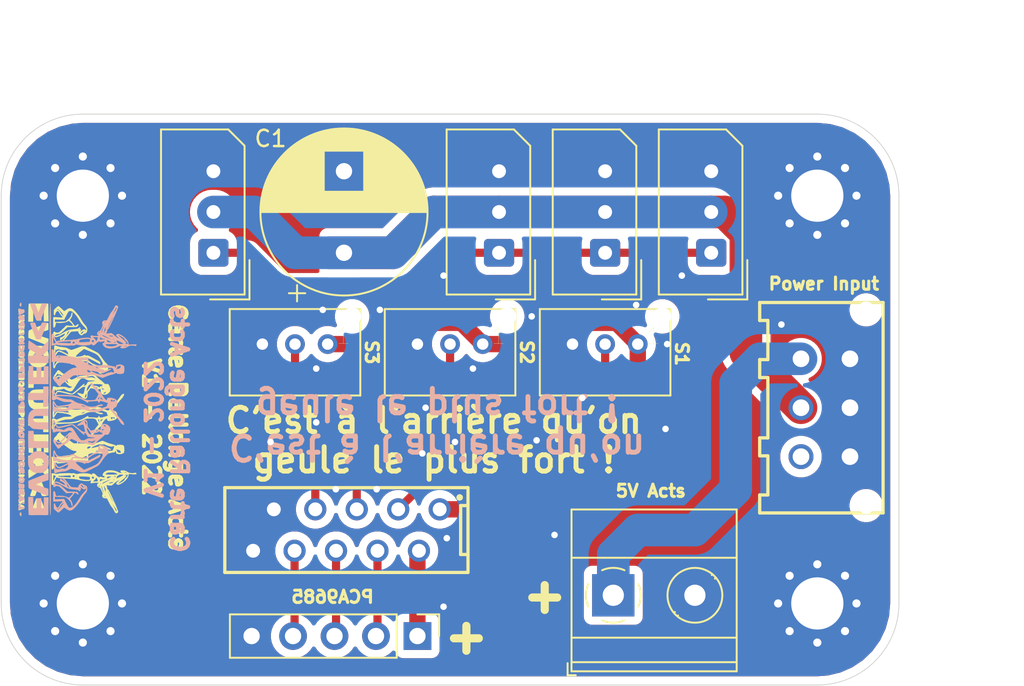
<source format=kicad_pcb>
(kicad_pcb (version 20171130) (host pcbnew "(5.1.10)-1")
  (layers (0 F.Cu signal hide) (31 B.Cu signal hide) (34 B.Paste user) (35 F.Paste user) (36 B.SilkS user) (37 F.SilkS user) (38 B.Mask user) (39 F.Mask user) (44 Edge.Cuts user))
  (net 0 "")
  (net 1 +12P)
  (net 2 GND)
  (net 3 /TX)
  (net 4 /SDA)
  (net 5 +5V)
  (net 6 +12L)
  (net 7 /SENSOR2)
  (net 8 /SCL)
  (net 9 /SENSOR3)
  (net 10 /OE)
  (net 11 +5P)
  (net 12 /SENSOR1)
  (module ComponentsEvo:logo-evo-min (layer B.Cu) (at 24.8 38 90)
    (fp_text reference G*** hide)
    (fp_text value LOGO hide)
  )
  (module ComponentsEvo:logo-evo-min (layer F.Cu) (at 24.8 38.2 270)
    (fp_text reference G*** hide)
    (fp_text value LOGO hide)
  )
  (module ConnectorsEvo:690367181072 (layer F.Cu) (at 41.148 45.5)
    (fp_text reference J2 hide)
    (fp_text value Conn_02x05_Odd_Even)
    (pad 4 thru_hole circle (at 1.905 1.27) (size 1.358 1.358) (drill 0.85) (layers *.Cu *.Mask) (net 4 /SDA))
    (pad 2 thru_hole circle (at 4.445 1.27) (size 1.358 1.358) (drill 0.85) (layers *.Cu *.Mask) (net 5 +5V))
    (pad 3 thru_hole circle (at 3.175 -1.27) (size 1.358 1.358) (drill 0.85) (layers *.Cu *.Mask) (net 12 /SENSOR1))
    (pad 1 thru_hole circle (at 5.715 -1.27) (size 1.358 1.358) (drill 0.85) (layers *.Cu *.Mask) (net 6 +12L))
    (pad 5 thru_hole circle (at 0.635 -1.27) (size 1.358 1.358) (drill 0.85) (layers *.Cu *.Mask) (net 7 /SENSOR2))
    (pad 6 thru_hole circle (at -0.635 1.27) (size 1.358 1.358) (drill 0.85) (layers *.Cu *.Mask) (net 8 /SCL))
    (pad 7 thru_hole circle (at -1.905 -1.27) (size 1.358 1.358) (drill 0.85) (layers *.Cu *.Mask) (net 9 /SENSOR3))
    (pad 8 thru_hole circle (at -3.175 1.27) (size 1.358 1.358) (drill 0.85) (layers *.Cu *.Mask) (net 10 /OE))
    (pad 9 thru_hole circle (at -4.445 -1.27) (size 1.358 1.358) (drill 0.85) (layers *.Cu *.Mask) (net 2 GND))
    (pad 10 thru_hole circle (at -5.715 1.27) (size 1.358 1.358) (drill 0.85) (layers *.Cu *.Mask) (net 2 GND))
  )
  (module Capacitor_THT:CP_Radial_D10.0mm_P5.00mm (layer F.Cu) (at 41 28.5 90)
    (fp_text reference C1 (at 7 -4.5 180) (layer F.SilkS))
    (fp_text value 180uF)
    (pad 1 thru_hole rect (at 0 0 90) (size 2 2) (drill 1) (layers *.Cu *.Mask) (net 1 +12P))
    (pad 2 thru_hole circle (at 5 0 90) (size 2 2) (drill 1) (layers *.Cu *.Mask) (net 2 GND))
  )
  (module MountingHole:MountingHole_3.2mm_M3_Pad_Via (layer F.Cu) (at 25 25)
    (fp_text reference H1 hide)
    (fp_text value MountingHole_Pad)
    (pad 1 thru_hole circle (at 0 0) (size 6.4 6.4) (drill 3.2) (layers *.Cu *.Mask) (net 2 GND))
    (pad 1 thru_hole circle (at 2.4 0) (size 0.8 0.8) (drill 0.5) (layers *.Cu *.Mask) (net 2 GND))
    (pad 1 thru_hole circle (at 1.697056 1.697056) (size 0.8 0.8) (drill 0.5) (layers *.Cu *.Mask) (net 2 GND))
    (pad 1 thru_hole circle (at 0 2.4) (size 0.8 0.8) (drill 0.5) (layers *.Cu *.Mask) (net 2 GND))
    (pad 1 thru_hole circle (at -1.697056 1.697056) (size 0.8 0.8) (drill 0.5) (layers *.Cu *.Mask) (net 2 GND))
    (pad 1 thru_hole circle (at -2.4 0) (size 0.8 0.8) (drill 0.5) (layers *.Cu *.Mask) (net 2 GND))
    (pad 1 thru_hole circle (at -1.697056 -1.697056) (size 0.8 0.8) (drill 0.5) (layers *.Cu *.Mask) (net 2 GND))
    (pad 1 thru_hole circle (at 0 -2.4) (size 0.8 0.8) (drill 0.5) (layers *.Cu *.Mask) (net 2 GND))
    (pad 1 thru_hole circle (at 1.697056 -1.697056) (size 0.8 0.8) (drill 0.5) (layers *.Cu *.Mask) (net 2 GND))
  )
  (module MountingHole:MountingHole_3.2mm_M3_Pad_Via (layer F.Cu) (at 70 25)
    (fp_text reference H2 hide)
    (fp_text value MountingHole_Pad)
    (pad 1 thru_hole circle (at 1.697056 -1.697056) (size 0.8 0.8) (drill 0.5) (layers *.Cu *.Mask) (net 2 GND))
    (pad 1 thru_hole circle (at 0 -2.4) (size 0.8 0.8) (drill 0.5) (layers *.Cu *.Mask) (net 2 GND))
    (pad 1 thru_hole circle (at -1.697056 -1.697056) (size 0.8 0.8) (drill 0.5) (layers *.Cu *.Mask) (net 2 GND))
    (pad 1 thru_hole circle (at -2.4 0) (size 0.8 0.8) (drill 0.5) (layers *.Cu *.Mask) (net 2 GND))
    (pad 1 thru_hole circle (at -1.697056 1.697056) (size 0.8 0.8) (drill 0.5) (layers *.Cu *.Mask) (net 2 GND))
    (pad 1 thru_hole circle (at 0 2.4) (size 0.8 0.8) (drill 0.5) (layers *.Cu *.Mask) (net 2 GND))
    (pad 1 thru_hole circle (at 1.697056 1.697056) (size 0.8 0.8) (drill 0.5) (layers *.Cu *.Mask) (net 2 GND))
    (pad 1 thru_hole circle (at 2.4 0) (size 0.8 0.8) (drill 0.5) (layers *.Cu *.Mask) (net 2 GND))
    (pad 1 thru_hole circle (at 0 0) (size 6.4 6.4) (drill 3.2) (layers *.Cu *.Mask) (net 2 GND))
  )
  (module MountingHole:MountingHole_3.2mm_M3_Pad_Via (layer F.Cu) (at 25 50)
    (fp_text reference H3 hide)
    (fp_text value MountingHole_Pad)
    (pad 1 thru_hole circle (at 0 0) (size 6.4 6.4) (drill 3.2) (layers *.Cu *.Mask) (net 2 GND))
    (pad 1 thru_hole circle (at 2.4 0) (size 0.8 0.8) (drill 0.5) (layers *.Cu *.Mask) (net 2 GND))
    (pad 1 thru_hole circle (at 1.697056 1.697056) (size 0.8 0.8) (drill 0.5) (layers *.Cu *.Mask) (net 2 GND))
    (pad 1 thru_hole circle (at 0 2.4) (size 0.8 0.8) (drill 0.5) (layers *.Cu *.Mask) (net 2 GND))
    (pad 1 thru_hole circle (at -1.697056 1.697056) (size 0.8 0.8) (drill 0.5) (layers *.Cu *.Mask) (net 2 GND))
    (pad 1 thru_hole circle (at -2.4 0) (size 0.8 0.8) (drill 0.5) (layers *.Cu *.Mask) (net 2 GND))
    (pad 1 thru_hole circle (at -1.697056 -1.697056) (size 0.8 0.8) (drill 0.5) (layers *.Cu *.Mask) (net 2 GND))
    (pad 1 thru_hole circle (at 0 -2.4) (size 0.8 0.8) (drill 0.5) (layers *.Cu *.Mask) (net 2 GND))
    (pad 1 thru_hole circle (at 1.697056 -1.697056) (size 0.8 0.8) (drill 0.5) (layers *.Cu *.Mask) (net 2 GND))
  )
  (module MountingHole:MountingHole_3.2mm_M3_Pad_Via (layer F.Cu) (at 70 50)
    (fp_text reference H4 hide)
    (fp_text value MountingHole_Pad)
    (pad 1 thru_hole circle (at 1.697056 -1.697056) (size 0.8 0.8) (drill 0.5) (layers *.Cu *.Mask) (net 2 GND))
    (pad 1 thru_hole circle (at 0 -2.4) (size 0.8 0.8) (drill 0.5) (layers *.Cu *.Mask) (net 2 GND))
    (pad 1 thru_hole circle (at -1.697056 -1.697056) (size 0.8 0.8) (drill 0.5) (layers *.Cu *.Mask) (net 2 GND))
    (pad 1 thru_hole circle (at -2.4 0) (size 0.8 0.8) (drill 0.5) (layers *.Cu *.Mask) (net 2 GND))
    (pad 1 thru_hole circle (at -1.697056 1.697056) (size 0.8 0.8) (drill 0.5) (layers *.Cu *.Mask) (net 2 GND))
    (pad 1 thru_hole circle (at 0 2.4) (size 0.8 0.8) (drill 0.5) (layers *.Cu *.Mask) (net 2 GND))
    (pad 1 thru_hole circle (at 1.697056 1.697056) (size 0.8 0.8) (drill 0.5) (layers *.Cu *.Mask) (net 2 GND))
    (pad 1 thru_hole circle (at 2.4 0) (size 0.8 0.8) (drill 0.5) (layers *.Cu *.Mask) (net 2 GND))
    (pad 1 thru_hole circle (at 0 0) (size 6.4 6.4) (drill 3.2) (layers *.Cu *.Mask) (net 2 GND))
  )
  (module ConnectorsEvo:22-03-5035 (layer F.Cu) (at 33 28.5 90)
    (fp_text reference J1 hide)
    (fp_text value Conn_01x03_Male)
    (pad 1 thru_hole roundrect (at 0 0 90) (size 1.7 1.85) (drill 0.85) (layers *.Cu *.Mask) (roundrect_rratio 0.1470588235294118) (net 3 /TX))
    (pad 2 thru_hole oval (at 2.5 0 90) (size 1.7 1.85) (drill 0.85) (layers *.Cu *.Mask) (net 1 +12P))
    (pad 3 thru_hole oval (at 5 0 90) (size 1.7 1.85) (drill 0.85) (layers *.Cu *.Mask) (net 2 GND))
  )
  (module ConnectorsEvo:66200621122 (layer F.Cu) (at 70.5 38 270)
    (fp_text reference J3 hide)
    (fp_text value Conn_01x06_Male)
    (pad None np_thru_hole circle (at 6 -2.49 270) (size 1.02 1.02) (drill 1.02) (layers *.Cu *.Mask))
    (pad None np_thru_hole circle (at -6 -2.49 270) (size 1.02 1.02) (drill 1.02) (layers *.Cu *.Mask))
    (pad 6 thru_hole circle (at -3 -1.5 270) (size 1.53 1.53) (drill 1.02) (layers *.Cu *.Mask) (net 2 GND))
    (pad 3 thru_hole circle (at -3 1.5 270) (size 1.53 1.53) (drill 1.02) (layers *.Cu *.Mask) (net 11 +5P))
    (pad 5 thru_hole circle (at 0 -1.5 270) (size 1.53 1.53) (drill 1.02) (layers *.Cu *.Mask) (net 2 GND))
    (pad 2 thru_hole circle (at 0 1.5 270) (size 1.53 1.53) (drill 1.02) (layers *.Cu *.Mask) (net 1 +12P))
    (pad 4 thru_hole circle (at 3 -1.5 270) (size 1.53 1.53) (drill 1.02) (layers *.Cu *.Mask) (net 2 GND))
    (pad 1 thru_hole circle (at 3 1.5 270) (size 1.53 1.53) (drill 1.02) (layers *.Cu *.Mask))
  )
  (module TerminalBlock_Phoenix:TerminalBlock_Phoenix_MKDS-1,5-2_1x02_P5.00mm_Horizontal (layer F.Cu) (at 57.5 49.5)
    (fp_text reference J4 hide)
    (fp_text value Screw_Terminal_01x02)
    (pad 1 thru_hole rect (at 0 0) (size 2.6 2.6) (drill 1.3) (layers *.Cu *.Mask) (net 11 +5P))
    (pad 2 thru_hole circle (at 5 0) (size 2.6 2.6) (drill 1.3) (layers *.Cu *.Mask) (net 2 GND))
  )
  (module ConnectorsEvo:B03B-PASK (layer F.Cu) (at 57 34.1)
    (fp_text reference J5 hide)
    (fp_text value Conn_01x03_Male)
    (fp_text user 1 (at 2.968 -0.5) (layer F.SilkS) (effects (font (thickness 0.015))))
    (pad None np_thru_hole circle (at 3.5 -1.7) (size 1.1 1.1) (drill 1.1) (layers *.Cu *.Mask))
    (pad 3 thru_hole circle (at -2 0) (size 1.208 1.208) (drill 0.7) (layers *.Cu *.Mask) (net 2 GND))
    (pad 2 thru_hole circle (at 0 0) (size 1.208 1.208) (drill 0.7) (layers *.Cu *.Mask) (net 12 /SENSOR1))
    (pad 1 thru_hole circle (at 2 0) (size 1.208 1.208) (drill 0.7) (layers *.Cu *.Mask) (net 6 +12L))
  )
  (module ConnectorsEvo:B03B-PASK (layer F.Cu) (at 47.5 34.1)
    (fp_text reference J6 hide)
    (fp_text value Conn_01x03_Male)
    (fp_text user 1 (at 2.968 -0.5) (layer F.SilkS) (effects (font (thickness 0.015))))
    (pad 1 thru_hole circle (at 2 0) (size 1.208 1.208) (drill 0.7) (layers *.Cu *.Mask) (net 6 +12L))
    (pad 2 thru_hole circle (at 0 0) (size 1.208 1.208) (drill 0.7) (layers *.Cu *.Mask) (net 7 /SENSOR2))
    (pad 3 thru_hole circle (at -2 0) (size 1.208 1.208) (drill 0.7) (layers *.Cu *.Mask) (net 2 GND))
    (pad None np_thru_hole circle (at 3.5 -1.7) (size 1.1 1.1) (drill 1.1) (layers *.Cu *.Mask))
  )
  (module ConnectorsEvo:B03B-PASK (layer F.Cu) (at 38 34.1)
    (fp_text reference J7 hide)
    (fp_text value Conn_01x03_Male)
    (fp_text user 1 (at 2.968 -0.5) (layer F.SilkS) (effects (font (thickness 0.015))))
    (pad None np_thru_hole circle (at 3.5 -1.7) (size 1.1 1.1) (drill 1.1) (layers *.Cu *.Mask))
    (pad 3 thru_hole circle (at -2 0) (size 1.208 1.208) (drill 0.7) (layers *.Cu *.Mask) (net 2 GND))
    (pad 2 thru_hole circle (at 0 0) (size 1.208 1.208) (drill 0.7) (layers *.Cu *.Mask) (net 9 /SENSOR3))
    (pad 1 thru_hole circle (at 2 0) (size 1.208 1.208) (drill 0.7) (layers *.Cu *.Mask) (net 6 +12L))
  )
  (module Connector_PinHeader_2.54mm:PinHeader_1x05_P2.54mm_Vertical (layer F.Cu) (at 45.5 52 270)
    (fp_text reference J8 hide)
    (fp_text value Conn_01x05_Male)
    (pad 1 thru_hole rect (at 0 0 270) (size 1.7 1.7) (drill 1) (layers *.Cu *.Mask) (net 5 +5V))
    (pad 2 thru_hole oval (at 0 2.54 270) (size 1.7 1.7) (drill 1) (layers *.Cu *.Mask) (net 4 /SDA))
    (pad 3 thru_hole oval (at 0 5.08 270) (size 1.7 1.7) (drill 1) (layers *.Cu *.Mask) (net 8 /SCL))
    (pad 4 thru_hole oval (at 0 7.62 270) (size 1.7 1.7) (drill 1) (layers *.Cu *.Mask) (net 10 /OE))
    (pad 5 thru_hole oval (at 0 10.16 270) (size 1.7 1.7) (drill 1) (layers *.Cu *.Mask) (net 2 GND))
  )
  (module ConnectorsEvo:22-03-5035 (layer F.Cu) (at 50.5 28.5 90)
    (fp_text reference J9 hide)
    (fp_text value Conn_01x03_Male)
    (pad 3 thru_hole oval (at 5 0 90) (size 1.7 1.85) (drill 0.85) (layers *.Cu *.Mask) (net 2 GND))
    (pad 2 thru_hole oval (at 2.5 0 90) (size 1.7 1.85) (drill 0.85) (layers *.Cu *.Mask) (net 1 +12P))
    (pad 1 thru_hole roundrect (at 0 0 90) (size 1.7 1.85) (drill 0.85) (layers *.Cu *.Mask) (roundrect_rratio 0.1470588235294118) (net 3 /TX))
  )
  (module ConnectorsEvo:22-03-5035 (layer F.Cu) (at 57 28.5 90)
    (fp_text reference J10 hide)
    (fp_text value Conn_01x03_Male)
    (pad 1 thru_hole roundrect (at 0 0 90) (size 1.7 1.85) (drill 0.85) (layers *.Cu *.Mask) (roundrect_rratio 0.1470588235294118) (net 3 /TX))
    (pad 2 thru_hole oval (at 2.5 0 90) (size 1.7 1.85) (drill 0.85) (layers *.Cu *.Mask) (net 1 +12P))
    (pad 3 thru_hole oval (at 5 0 90) (size 1.7 1.85) (drill 0.85) (layers *.Cu *.Mask) (net 2 GND))
  )
  (module ConnectorsEvo:22-03-5035 (layer F.Cu) (at 63.5 28.5 90)
    (fp_text reference J11 hide)
    (fp_text value Conn_01x03_Male)
    (pad 3 thru_hole oval (at 5 0 90) (size 1.7 1.85) (drill 0.85) (layers *.Cu *.Mask) (net 2 GND))
    (pad 2 thru_hole oval (at 2.5 0 90) (size 1.7 1.85) (drill 0.85) (layers *.Cu *.Mask) (net 1 +12P))
    (pad 1 thru_hole roundrect (at 0 0 90) (size 1.7 1.85) (drill 0.85) (layers *.Cu *.Mask) (roundrect_rratio 0.1470588235294118) (net 3 /TX))
  )
  (gr_text "C'est à l'arrière qu'on\ngeule le plus fort !" (at 46.7 39.2 180) (layer B.SilkS) (effects (font (size 1.5 1.5) (thickness 0.3)) (justify mirror)))
  (gr_text "Carte Rallonge Acts\nV1 - 2022" (at 30.1 39.3 270) (layer B.SilkS) (effects (font (size 1 1) (thickness 0.25)) (justify mirror)))
  (gr_text S3 (at 42.7 34.6 -90) (layer F.SilkS) (effects (font (size 0.75 0.75) (thickness 0.1875))))
  (gr_text S2 (at 52.2 34.6 -90) (layer F.SilkS) (effects (font (size 0.75 0.75) (thickness 0.1875))))
  (gr_text S1 (at 61.7 34.7 -90) (layer F.SilkS) (effects (font (size 0.75 0.75) (thickness 0.1875))))
  (gr_text + (at 48.5 52) (layer F.SilkS) (effects (font (size 2 2) (thickness 0.5)) (justify mirror)))
  (gr_text PCA9685 (at 40.3 49.6) (layer F.SilkS) (effects (font (size 0.75 0.75) (thickness 0.1875)) (justify mirror)))
  (gr_text + (at 53.3 49.5) (layer F.SilkS) (effects (font (size 2 2) (thickness 0.5)) (justify mirror)))
  (gr_text "5V Acts" (at 59.8 43.1) (layer F.SilkS) (effects (font (size 0.75 0.75) (thickness 0.1875))))
  (gr_text "Power Input" (at 70.4 30.4) (layer F.SilkS) (effects (font (size 0.75 0.75) (thickness 0.1875))))
  (gr_text "Carte Rallonge Acts\nV1 - 2022" (at 30 39.2 -90) (layer F.SilkS) (effects (font (size 1 1) (thickness 0.25))))
  (gr_text "C'est à l'arrière qu'on\ngeule le plus fort !" (at 46.5 40) (layer F.SilkS) (effects (font (size 1.5 1.5) (thickness 0.3))))
  (gr_arc (start 25 50) (end 20 50) (angle -90) (layer Edge.Cuts) (width 0.05))
  (gr_arc (start 70 50) (end 70 55) (angle -90) (layer Edge.Cuts) (width 0.05))
  (gr_arc (start 70 25) (end 75 25) (angle -90) (layer Edge.Cuts) (width 0.05))
  (gr_arc (start 25 25) (end 25 20) (angle -90) (layer Edge.Cuts) (width 0.05))
  (gr_line (start 20 50) (end 20 25) (layer Edge.Cuts) (width 0.05))
  (gr_line (start 70 55) (end 25 55) (layer Edge.Cuts) (width 0.05))
  (gr_line (start 75 25) (end 75 50) (layer Edge.Cuts) (width 0.05))
  (gr_line (start 25 20) (end 70 20) (layer Edge.Cuts) (width 0.05))
  (segment (start 50.5 26) (end 63.5 26) (width 2) (layer F.Cu) (net 1))
  (segment (start 44 28.5) (end 41 28.5) (width 2) (layer F.Cu) (net 1))
  (segment (start 46.5 26) (end 44 28.5) (width 2) (layer F.Cu) (net 1))
  (segment (start 50.5 26) (end 46.5 26) (width 2) (layer F.Cu) (net 1))
  (segment (start 41 28.5) (end 44 28.5) (width 2) (layer B.Cu) (net 1))
  (segment (start 44 28.5) (end 46.5 26) (width 2) (layer B.Cu) (net 1))
  (segment (start 46.5 26) (end 63.5 26) (width 2) (layer B.Cu) (net 1))
  (segment (start 41 28.5) (end 38 28.5) (width 2) (layer B.Cu) (net 1))
  (segment (start 35.5 26) (end 33 26) (width 2) (layer B.Cu) (net 1))
  (segment (start 38 28.5) (end 35.5 26) (width 2) (layer B.Cu) (net 1))
  (segment (start 64.325626 26) (end 63.5 26) (width 2) (layer F.Cu) (net 1))
  (segment (start 65.62501 27.299384) (end 64.325626 26) (width 2) (layer F.Cu) (net 1))
  (segment (start 65.62501 34.62501) (end 65.62501 27.299384) (width 2) (layer F.Cu) (net 1))
  (segment (start 69 38) (end 65.62501 34.62501) (width 2) (layer F.Cu) (net 1))
  (via (at 40.5 43) (size 0.8) (drill 0.4) (layers F.Cu B.Cu) (net 2))
  (via (at 43 43) (size 0.8) (drill 0.4) (layers F.Cu B.Cu) (net 2))
  (via (at 45.8 40.8) (size 0.8) (drill 0.4) (layers F.Cu B.Cu) (net 2))
  (via (at 47.8 40.1) (size 0.8) (drill 0.4) (layers F.Cu B.Cu) (net 2))
  (via (at 39.3 35.6) (size 0.8) (drill 0.4) (layers F.Cu B.Cu) (net 2))
  (via (at 39.3 38.9) (size 0.8) (drill 0.4) (layers F.Cu B.Cu) (net 2))
  (via (at 46 38) (size 0.8) (drill 0.4) (layers F.Cu B.Cu) (net 2))
  (via (at 48.9 35.6) (size 0.8) (drill 0.4) (layers F.Cu B.Cu) (net 2))
  (via (at 52.8 40) (size 0.8) (drill 0.4) (layers F.Cu B.Cu) (net 2))
  (via (at 55.6 37.4) (size 0.8) (drill 0.4) (layers F.Cu B.Cu) (net 2))
  (via (at 47.3 46) (size 0.8) (drill 0.4) (layers F.Cu B.Cu) (net 2))
  (via (at 53.9 45.8) (size 0.8) (drill 0.4) (layers F.Cu B.Cu) (net 2))
  (via (at 60.7 39.3) (size 0.8) (drill 0.4) (layers F.Cu B.Cu) (net 2))
  (via (at 60.8 34.1) (size 0.8) (drill 0.4) (layers F.Cu B.Cu) (net 2))
  (via (at 58.9 31.7) (size 0.8) (drill 0.4) (layers F.Cu B.Cu) (net 2))
  (via (at 61.7 29.9) (size 0.8) (drill 0.4) (layers F.Cu B.Cu) (net 2))
  (via (at 52.5 32.4) (size 0.8) (drill 0.4) (layers F.Cu B.Cu) (net 2))
  (via (at 43.2 32) (size 0.8) (drill 0.4) (layers F.Cu B.Cu) (net 2))
  (via (at 47.1 29.9) (size 0.8) (drill 0.4) (layers F.Cu B.Cu) (net 2))
  (via (at 36.5 40.1) (size 0.8) (drill 0.4) (layers F.Cu B.Cu) (net 2))
  (via (at 47.1 50.2) (size 0.8) (drill 0.4) (layers F.Cu B.Cu) (net 2))
  (via (at 39.7 32) (size 0.8) (drill 0.4) (layers F.Cu B.Cu) (net 2))
  (via (at 67.8 32.9) (size 0.8) (drill 0.4) (layers F.Cu B.Cu) (net 2))
  (segment (start 63.5 28.5) (end 57 28.5) (width 0.5) (layer F.Cu) (net 3))
  (segment (start 57 28.5) (end 50.5 28.5) (width 0.5) (layer F.Cu) (net 3))
  (segment (start 35.125 28.5) (end 33 28.5) (width 0.5) (layer F.Cu) (net 3))
  (segment (start 37.125 30.5) (end 35.125 28.5) (width 0.5) (layer F.Cu) (net 3))
  (segment (start 44.5 30.5) (end 37.125 30.5) (width 0.5) (layer F.Cu) (net 3))
  (segment (start 46.5 28.5) (end 44.5 30.5) (width 0.5) (layer F.Cu) (net 3))
  (segment (start 50.5 28.5) (end 46.5 28.5) (width 0.5) (layer F.Cu) (net 3))
  (segment (start 43.053 51.907) (end 42.96 52) (width 0.5) (layer F.Cu) (net 4))
  (segment (start 43.053 46.77) (end 43.053 51.907) (width 0.5) (layer F.Cu) (net 4))
  (segment (start 45.5 46.863) (end 45.593 46.77) (width 1) (layer F.Cu) (net 5))
  (segment (start 45.5 52) (end 45.5 46.863) (width 1) (layer F.Cu) (net 5))
  (segment (start 59 38.5) (end 59 34.1) (width 1) (layer F.Cu) (net 6))
  (segment (start 53.27 44.23) (end 59 38.5) (width 1) (layer F.Cu) (net 6))
  (segment (start 46.863 44.23) (end 53.27 44.23) (width 1) (layer F.Cu) (net 6))
  (segment (start 48.195999 32.795999) (end 49.5 34.1) (width 1) (layer F.Cu) (net 6))
  (segment (start 44.874079 32.795999) (end 48.195999 32.795999) (width 1) (layer F.Cu) (net 6))
  (segment (start 43.570078 34.1) (end 44.874079 32.795999) (width 1) (layer F.Cu) (net 6))
  (segment (start 40 34.1) (end 43.570078 34.1) (width 1) (layer F.Cu) (net 6))
  (segment (start 57.695999 32.795999) (end 59 34.1) (width 1) (layer F.Cu) (net 6))
  (segment (start 54.374079 32.795999) (end 57.695999 32.795999) (width 1) (layer F.Cu) (net 6))
  (segment (start 53.070078 34.1) (end 54.374079 32.795999) (width 1) (layer F.Cu) (net 6))
  (segment (start 49.5 34.1) (end 53.070078 34.1) (width 1) (layer F.Cu) (net 6))
  (segment (start 41.783 44.23) (end 41.783 41.217) (width 0.5) (layer F.Cu) (net 7))
  (segment (start 41.783 41.217) (end 43.5 39.5) (width 0.5) (layer F.Cu) (net 7))
  (segment (start 43.5 39.5) (end 46.5 39.5) (width 0.5) (layer F.Cu) (net 7))
  (segment (start 47.5 38.5) (end 47.5 34.1) (width 0.5) (layer F.Cu) (net 7))
  (segment (start 46.5 39.5) (end 47.5 38.5) (width 0.5) (layer F.Cu) (net 7))
  (segment (start 40.513 52.407) (end 40.42 52.5) (width 0.5) (layer F.Cu) (net 8))
  (segment (start 40.513 51.907) (end 40.42 52) (width 0.5) (layer F.Cu) (net 8))
  (segment (start 40.513 46.77) (end 40.513 51.907) (width 0.5) (layer F.Cu) (net 8))
  (segment (start 39.243 44.23) (end 39.243 40.743) (width 0.5) (layer F.Cu) (net 9))
  (segment (start 38 39.5) (end 38 34.1) (width 0.5) (layer F.Cu) (net 9))
  (segment (start 39.243 40.743) (end 38 39.5) (width 0.5) (layer F.Cu) (net 9))
  (segment (start 37.973 52.407) (end 37.88 52.5) (width 0.5) (layer F.Cu) (net 10))
  (segment (start 37.973 51.907) (end 37.88 52) (width 0.5) (layer F.Cu) (net 10))
  (segment (start 37.973 46.77) (end 37.973 51.907) (width 0.5) (layer F.Cu) (net 10))
  (segment (start 57.5 47) (end 57.5 49.5) (width 2) (layer B.Cu) (net 11))
  (segment (start 59 45.5) (end 57.5 47) (width 2) (layer B.Cu) (net 11))
  (segment (start 62.5 45.5) (end 59 45.5) (width 2) (layer B.Cu) (net 11))
  (segment (start 65 43) (end 62.5 45.5) (width 2) (layer B.Cu) (net 11))
  (segment (start 65 36.5) (end 65 43) (width 2) (layer B.Cu) (net 11))
  (segment (start 66.5 35) (end 65 36.5) (width 2) (layer B.Cu) (net 11))
  (segment (start 69 35) (end 66.5 35) (width 2) (layer B.Cu) (net 11))
  (segment (start 44.323 44.23) (end 47.053 41.5) (width 0.5) (layer F.Cu) (net 12))
  (segment (start 47.053 41.5) (end 53.5 41.5) (width 0.5) (layer F.Cu) (net 12))
  (segment (start 57 38) (end 57 34.1) (width 0.5) (layer F.Cu) (net 12))
  (segment (start 53.5 41.5) (end 57 38) (width 0.5) (layer F.Cu) (net 12))
  (zone (net 2) (net_name GND) (layer F.Cu) (connect_pads yes (clearance 0.508)) (min_thickness 0.254) (fill yes (arc_segments 32) (thermal_gap 0.508) (thermal_bridge_width 0.508) (smoothing fillet) (radius 1))
    (polygon (pts (xy 75 55) (xy 20 55) (xy 20 20) (xy 75 20)))
  )
  (zone (net 2) (net_name GND) (layer B.Cu) (connect_pads yes (clearance 0.508)) (min_thickness 0.254) (fill yes (arc_segments 32) (thermal_gap 0.508) (thermal_bridge_width 0.508) (smoothing fillet) (radius 1))
    (polygon (pts (xy 75 55) (xy 20 55) (xy 20 20) (xy 75 20)))
  )
)
</source>
